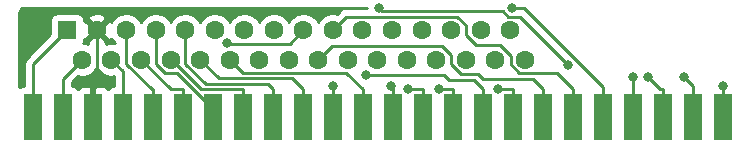
<source format=gtl>
G04 #@! TF.GenerationSoftware,KiCad,Pcbnew,5.1.9+dfsg1-1*
G04 #@! TF.CreationDate,2022-03-13T19:21:44+01:00*
G04 #@! TF.ProjectId,KBD_ADAPTER_XE,4b42445f-4144-4415-9054-45525f58452e,1.0*
G04 #@! TF.SameCoordinates,Original*
G04 #@! TF.FileFunction,Copper,L1,Top*
G04 #@! TF.FilePolarity,Positive*
%FSLAX46Y46*%
G04 Gerber Fmt 4.6, Leading zero omitted, Abs format (unit mm)*
G04 Created by KiCad (PCBNEW 5.1.9+dfsg1-1) date 2022-03-13 19:21:44*
%MOMM*%
%LPD*%
G01*
G04 APERTURE LIST*
G04 #@! TA.AperFunction,ConnectorPad*
%ADD10R,1.524000X4.000000*%
G04 #@! TD*
G04 #@! TA.AperFunction,ComponentPad*
%ADD11C,1.600000*%
G04 #@! TD*
G04 #@! TA.AperFunction,ComponentPad*
%ADD12R,1.600000X1.600000*%
G04 #@! TD*
G04 #@! TA.AperFunction,ViaPad*
%ADD13C,0.800000*%
G04 #@! TD*
G04 #@! TA.AperFunction,Conductor*
%ADD14C,0.250000*%
G04 #@! TD*
G04 #@! TA.AperFunction,Conductor*
%ADD15C,0.254000*%
G04 #@! TD*
G04 #@! TA.AperFunction,Conductor*
%ADD16C,0.100000*%
G04 #@! TD*
G04 APERTURE END LIST*
D10*
X173275000Y-109850000D03*
X170735000Y-109850000D03*
X168195000Y-109850000D03*
X165655000Y-109850000D03*
X163115000Y-109850000D03*
X160575000Y-109850000D03*
X158035000Y-109850000D03*
X155495000Y-109850000D03*
X152955000Y-109850000D03*
X150415000Y-109850000D03*
X147875000Y-109850000D03*
X145335000Y-109850000D03*
X142795000Y-109850000D03*
X140255000Y-109850000D03*
X137715000Y-109850000D03*
X135175000Y-109850000D03*
X132635000Y-109850000D03*
X130095000Y-109850000D03*
X127555000Y-109850000D03*
X125015000Y-109850000D03*
X122475000Y-109850000D03*
X119935000Y-109850000D03*
X117395000Y-109850000D03*
X114855000Y-109850000D03*
D11*
X156500000Y-105000000D03*
X155250000Y-102500000D03*
X154000000Y-105000000D03*
X152750000Y-102500000D03*
X151500000Y-105000000D03*
X150250000Y-102500000D03*
X149000000Y-105000000D03*
X147750000Y-102500000D03*
X146500000Y-105000000D03*
X145250000Y-102500000D03*
X144000000Y-105000000D03*
X142750000Y-102500000D03*
X141500000Y-105000000D03*
X140250000Y-102500000D03*
X139000000Y-105000000D03*
X137750000Y-102500000D03*
X136500000Y-105000000D03*
X135250000Y-102500000D03*
X134000000Y-105000000D03*
X132750000Y-102500000D03*
X131500000Y-105000000D03*
X130250000Y-102500000D03*
X129000000Y-105000000D03*
X127750000Y-102500000D03*
X126500000Y-105000000D03*
X125250000Y-102500000D03*
X124000000Y-105000000D03*
X122750000Y-102500000D03*
X121500000Y-105000000D03*
X120250000Y-102500000D03*
X119000000Y-105000000D03*
D12*
X117750000Y-102500000D03*
D13*
X140250000Y-107250000D03*
X145145700Y-107245300D03*
X146622300Y-107483800D03*
X149194300Y-107443100D03*
X143062300Y-106309300D03*
X131261000Y-103589300D03*
X154225400Y-107470800D03*
X155440952Y-100649600D03*
X165650000Y-106488700D03*
X160190000Y-105486700D03*
X144160000Y-100648000D03*
X166900600Y-106475400D03*
X170000300Y-106488300D03*
X173275000Y-107213700D03*
D14*
X114855000Y-105395000D02*
X114855000Y-109850000D01*
X117750000Y-102500000D02*
X114855000Y-105395000D01*
X117395000Y-106605000D02*
X117395000Y-109850000D01*
X119000000Y-105000000D02*
X117395000Y-106605000D01*
X120250000Y-107209700D02*
X119935000Y-107524700D01*
X120250000Y-102500000D02*
X120250000Y-107209700D01*
X119935000Y-109850000D02*
X119935000Y-107524700D01*
X122475000Y-105975000D02*
X122475000Y-109850000D01*
X121500000Y-105000000D02*
X122475000Y-105975000D01*
X124933200Y-107524700D02*
X125015000Y-107524700D01*
X122750000Y-105341500D02*
X124933200Y-107524700D01*
X122750000Y-102500000D02*
X122750000Y-105341500D01*
X125015000Y-109850000D02*
X125015000Y-107524700D01*
X126524700Y-107524700D02*
X127555000Y-107524700D01*
X124000000Y-105000000D02*
X126524700Y-107524700D01*
X127555000Y-109850000D02*
X127555000Y-107524700D01*
X130095000Y-109138600D02*
X130095000Y-109850000D01*
X127081800Y-106125400D02*
X130095000Y-109138600D01*
X126009700Y-106125400D02*
X127081800Y-106125400D01*
X125250000Y-105365700D02*
X126009700Y-106125400D01*
X125250000Y-102500000D02*
X125250000Y-105365700D01*
X129118100Y-107524700D02*
X132635000Y-107524700D01*
X126593400Y-105000000D02*
X129118100Y-107524700D01*
X126500000Y-105000000D02*
X126593400Y-105000000D01*
X132635000Y-109850000D02*
X132635000Y-107524700D01*
X135175000Y-109850000D02*
X135175000Y-107524700D01*
X127750000Y-105353500D02*
X127750000Y-102500000D01*
X129470900Y-107074400D02*
X127750000Y-105353500D01*
X134724700Y-107074400D02*
X129470900Y-107074400D01*
X135175000Y-107524700D02*
X134724700Y-107074400D01*
X136766000Y-106575700D02*
X137715000Y-107524700D01*
X130575700Y-106575700D02*
X136766000Y-106575700D01*
X129000000Y-105000000D02*
X130575700Y-106575700D01*
X137715000Y-109850000D02*
X137715000Y-107524700D01*
X140250000Y-109845000D02*
X140255000Y-109850000D01*
X140250000Y-107250000D02*
X140250000Y-109845000D01*
X141395600Y-106125300D02*
X142795000Y-107524700D01*
X132625300Y-106125300D02*
X141395600Y-106125300D01*
X131500000Y-105000000D02*
X132625300Y-106125300D01*
X142795000Y-109850000D02*
X142795000Y-107524700D01*
X145335000Y-107434600D02*
X145145700Y-107245300D01*
X145335000Y-109850000D02*
X145335000Y-107434600D01*
X147875000Y-109850000D02*
X147875000Y-107524700D01*
X146663200Y-107524700D02*
X146622300Y-107483800D01*
X147875000Y-107524700D02*
X146663200Y-107524700D01*
X150415000Y-109850000D02*
X150415000Y-107524700D01*
X149275900Y-107524700D02*
X150415000Y-107524700D01*
X149194300Y-107443100D02*
X149275900Y-107524700D01*
X152955000Y-109850000D02*
X152955000Y-107524700D01*
X152189900Y-106759600D02*
X152955000Y-107524700D01*
X150063500Y-106759600D02*
X152189900Y-106759600D01*
X149613200Y-106309300D02*
X150063500Y-106759600D01*
X143062300Y-106309300D02*
X149613200Y-106309300D01*
X155495000Y-109850000D02*
X155495000Y-107524700D01*
X154279300Y-107524700D02*
X155495000Y-107524700D01*
X154225400Y-107470800D02*
X154279300Y-107524700D01*
X131320000Y-103648300D02*
X131261000Y-103589300D01*
X136601700Y-103648300D02*
X131320000Y-103648300D01*
X137750000Y-102500000D02*
X136601700Y-103648300D01*
X158035000Y-109850000D02*
X158035000Y-107524700D01*
X157158000Y-106647700D02*
X158035000Y-107524700D01*
X152963800Y-106647700D02*
X157158000Y-106647700D01*
X152513500Y-106197400D02*
X152963800Y-106647700D01*
X151069000Y-106197400D02*
X152513500Y-106197400D01*
X150250100Y-105378500D02*
X151069000Y-106197400D01*
X150250100Y-104613600D02*
X150250100Y-105378500D01*
X149494400Y-103857900D02*
X150250100Y-104613600D01*
X140142100Y-103857900D02*
X149494400Y-103857900D01*
X139000000Y-105000000D02*
X140142100Y-103857900D01*
X159211500Y-106161200D02*
X160575000Y-107524700D01*
X156041700Y-106161200D02*
X159211500Y-106161200D01*
X155285900Y-105405400D02*
X156041700Y-106161200D01*
X155285900Y-104649400D02*
X155285900Y-105405400D01*
X154386500Y-103750000D02*
X155285900Y-104649400D01*
X152353900Y-103750000D02*
X154386500Y-103750000D01*
X151500000Y-102896100D02*
X152353900Y-103750000D01*
X151500000Y-102089900D02*
X151500000Y-102896100D01*
X150783100Y-101373000D02*
X151500000Y-102089900D01*
X141377000Y-101373000D02*
X150783100Y-101373000D01*
X140250000Y-102500000D02*
X141377000Y-101373000D01*
X160575000Y-109850000D02*
X160575000Y-107524700D01*
X155440952Y-100649600D02*
X156469600Y-100649600D01*
X156469600Y-100649600D02*
X163115000Y-107295000D01*
X163115000Y-107295000D02*
X163115000Y-107524700D01*
X163115000Y-107524700D02*
X163115000Y-109850000D01*
X165655000Y-109850000D02*
X165655000Y-107705000D01*
X165655000Y-107705000D02*
X165655000Y-107524700D01*
X165650000Y-106488700D02*
X165650000Y-107700000D01*
X165650000Y-107700000D02*
X165655000Y-107705000D01*
X156077901Y-101374601D02*
X160190000Y-105486700D01*
X155092951Y-101374601D02*
X156077901Y-101374601D01*
X154638350Y-100920000D02*
X155092951Y-101374601D01*
X144432000Y-100920000D02*
X154638350Y-100920000D01*
X144160000Y-100648000D02*
X144432000Y-100920000D01*
X168195000Y-109850000D02*
X168195000Y-107524700D01*
X167949900Y-107524700D02*
X168195000Y-107524700D01*
X166900600Y-106475400D02*
X167949900Y-107524700D01*
X170735000Y-107223000D02*
X170735000Y-109850000D01*
X170000300Y-106488300D02*
X170735000Y-107223000D01*
X173275000Y-107213700D02*
X173275000Y-109850000D01*
D15*
X120385363Y-105914759D02*
X120585241Y-106114637D01*
X120820273Y-106271680D01*
X121081426Y-106379853D01*
X121358665Y-106435000D01*
X121641335Y-106435000D01*
X121715000Y-106420347D01*
X121715000Y-107211928D01*
X121713000Y-107211928D01*
X121588518Y-107224188D01*
X121468820Y-107260498D01*
X121358506Y-107319463D01*
X121261815Y-107398815D01*
X121205000Y-107468044D01*
X121148185Y-107398815D01*
X121051494Y-107319463D01*
X120941180Y-107260498D01*
X120821482Y-107224188D01*
X120697000Y-107211928D01*
X120220750Y-107215000D01*
X120062000Y-107373750D01*
X120062000Y-109723000D01*
X120082000Y-109723000D01*
X120082000Y-109977000D01*
X120062000Y-109977000D01*
X120062000Y-109997000D01*
X119808000Y-109997000D01*
X119808000Y-109977000D01*
X119788000Y-109977000D01*
X119788000Y-109723000D01*
X119808000Y-109723000D01*
X119808000Y-107373750D01*
X119649250Y-107215000D01*
X119173000Y-107211928D01*
X119048518Y-107224188D01*
X118928820Y-107260498D01*
X118818506Y-107319463D01*
X118721815Y-107398815D01*
X118665000Y-107468044D01*
X118608185Y-107398815D01*
X118511494Y-107319463D01*
X118401180Y-107260498D01*
X118281482Y-107224188D01*
X118157000Y-107211928D01*
X118155000Y-107211928D01*
X118155000Y-106919801D01*
X118676114Y-106398688D01*
X118858665Y-106435000D01*
X119141335Y-106435000D01*
X119418574Y-106379853D01*
X119679727Y-106271680D01*
X119914759Y-106114637D01*
X120114637Y-105914759D01*
X120250000Y-105712173D01*
X120385363Y-105914759D01*
G04 #@! TA.AperFunction,Conductor*
D16*
G36*
X120385363Y-105914759D02*
G01*
X120585241Y-106114637D01*
X120820273Y-106271680D01*
X121081426Y-106379853D01*
X121358665Y-106435000D01*
X121641335Y-106435000D01*
X121715000Y-106420347D01*
X121715000Y-107211928D01*
X121713000Y-107211928D01*
X121588518Y-107224188D01*
X121468820Y-107260498D01*
X121358506Y-107319463D01*
X121261815Y-107398815D01*
X121205000Y-107468044D01*
X121148185Y-107398815D01*
X121051494Y-107319463D01*
X120941180Y-107260498D01*
X120821482Y-107224188D01*
X120697000Y-107211928D01*
X120220750Y-107215000D01*
X120062000Y-107373750D01*
X120062000Y-109723000D01*
X120082000Y-109723000D01*
X120082000Y-109977000D01*
X120062000Y-109977000D01*
X120062000Y-109997000D01*
X119808000Y-109997000D01*
X119808000Y-109977000D01*
X119788000Y-109977000D01*
X119788000Y-109723000D01*
X119808000Y-109723000D01*
X119808000Y-107373750D01*
X119649250Y-107215000D01*
X119173000Y-107211928D01*
X119048518Y-107224188D01*
X118928820Y-107260498D01*
X118818506Y-107319463D01*
X118721815Y-107398815D01*
X118665000Y-107468044D01*
X118608185Y-107398815D01*
X118511494Y-107319463D01*
X118401180Y-107260498D01*
X118281482Y-107224188D01*
X118157000Y-107211928D01*
X118155000Y-107211928D01*
X118155000Y-106919801D01*
X118676114Y-106398688D01*
X118858665Y-106435000D01*
X119141335Y-106435000D01*
X119418574Y-106379853D01*
X119679727Y-106271680D01*
X119914759Y-106114637D01*
X120114637Y-105914759D01*
X120250000Y-105712173D01*
X120385363Y-105914759D01*
G37*
G04 #@! TD.AperFunction*
D15*
X143125000Y-100613000D02*
X141414325Y-100613000D01*
X141377000Y-100609324D01*
X141339675Y-100613000D01*
X141339667Y-100613000D01*
X141228014Y-100623997D01*
X141084753Y-100667454D01*
X140952724Y-100738026D01*
X140836999Y-100832999D01*
X140813201Y-100861997D01*
X140573886Y-101101312D01*
X140391335Y-101065000D01*
X140108665Y-101065000D01*
X139831426Y-101120147D01*
X139570273Y-101228320D01*
X139335241Y-101385363D01*
X139135363Y-101585241D01*
X139000000Y-101787827D01*
X138864637Y-101585241D01*
X138664759Y-101385363D01*
X138429727Y-101228320D01*
X138168574Y-101120147D01*
X137891335Y-101065000D01*
X137608665Y-101065000D01*
X137331426Y-101120147D01*
X137070273Y-101228320D01*
X136835241Y-101385363D01*
X136635363Y-101585241D01*
X136500000Y-101787827D01*
X136364637Y-101585241D01*
X136164759Y-101385363D01*
X135929727Y-101228320D01*
X135668574Y-101120147D01*
X135391335Y-101065000D01*
X135108665Y-101065000D01*
X134831426Y-101120147D01*
X134570273Y-101228320D01*
X134335241Y-101385363D01*
X134135363Y-101585241D01*
X134000000Y-101787827D01*
X133864637Y-101585241D01*
X133664759Y-101385363D01*
X133429727Y-101228320D01*
X133168574Y-101120147D01*
X132891335Y-101065000D01*
X132608665Y-101065000D01*
X132331426Y-101120147D01*
X132070273Y-101228320D01*
X131835241Y-101385363D01*
X131635363Y-101585241D01*
X131500000Y-101787827D01*
X131364637Y-101585241D01*
X131164759Y-101385363D01*
X130929727Y-101228320D01*
X130668574Y-101120147D01*
X130391335Y-101065000D01*
X130108665Y-101065000D01*
X129831426Y-101120147D01*
X129570273Y-101228320D01*
X129335241Y-101385363D01*
X129135363Y-101585241D01*
X129000000Y-101787827D01*
X128864637Y-101585241D01*
X128664759Y-101385363D01*
X128429727Y-101228320D01*
X128168574Y-101120147D01*
X127891335Y-101065000D01*
X127608665Y-101065000D01*
X127331426Y-101120147D01*
X127070273Y-101228320D01*
X126835241Y-101385363D01*
X126635363Y-101585241D01*
X126500000Y-101787827D01*
X126364637Y-101585241D01*
X126164759Y-101385363D01*
X125929727Y-101228320D01*
X125668574Y-101120147D01*
X125391335Y-101065000D01*
X125108665Y-101065000D01*
X124831426Y-101120147D01*
X124570273Y-101228320D01*
X124335241Y-101385363D01*
X124135363Y-101585241D01*
X124000000Y-101787827D01*
X123864637Y-101585241D01*
X123664759Y-101385363D01*
X123429727Y-101228320D01*
X123168574Y-101120147D01*
X122891335Y-101065000D01*
X122608665Y-101065000D01*
X122331426Y-101120147D01*
X122070273Y-101228320D01*
X121835241Y-101385363D01*
X121635363Y-101585241D01*
X121501308Y-101785869D01*
X121486671Y-101758486D01*
X121242702Y-101686903D01*
X120429605Y-102500000D01*
X121242702Y-103313097D01*
X121486671Y-103241514D01*
X121500324Y-103212659D01*
X121635363Y-103414759D01*
X121821427Y-103600823D01*
X121641335Y-103565000D01*
X121358665Y-103565000D01*
X121081426Y-103620147D01*
X121017994Y-103646421D01*
X121063097Y-103492702D01*
X120250000Y-102679605D01*
X119436903Y-103492702D01*
X119482006Y-103646421D01*
X119418574Y-103620147D01*
X119141335Y-103565000D01*
X119128373Y-103565000D01*
X119139502Y-103544180D01*
X119175812Y-103424482D01*
X119188072Y-103300000D01*
X119188072Y-103292785D01*
X119257298Y-103313097D01*
X120070395Y-102500000D01*
X119257298Y-101686903D01*
X119188072Y-101707215D01*
X119188072Y-101700000D01*
X119175812Y-101575518D01*
X119155118Y-101507298D01*
X119436903Y-101507298D01*
X120250000Y-102320395D01*
X121063097Y-101507298D01*
X120991514Y-101263329D01*
X120736004Y-101142429D01*
X120461816Y-101073700D01*
X120179488Y-101059783D01*
X119899870Y-101101213D01*
X119633708Y-101196397D01*
X119508486Y-101263329D01*
X119436903Y-101507298D01*
X119155118Y-101507298D01*
X119139502Y-101455820D01*
X119080537Y-101345506D01*
X119001185Y-101248815D01*
X118904494Y-101169463D01*
X118794180Y-101110498D01*
X118674482Y-101074188D01*
X118550000Y-101061928D01*
X116950000Y-101061928D01*
X116825518Y-101074188D01*
X116705820Y-101110498D01*
X116595506Y-101169463D01*
X116498815Y-101248815D01*
X116419463Y-101345506D01*
X116360498Y-101455820D01*
X116324188Y-101575518D01*
X116311928Y-101700000D01*
X116311928Y-102863270D01*
X114344003Y-104831196D01*
X114314999Y-104854999D01*
X114263933Y-104917224D01*
X114220026Y-104970724D01*
X114149455Y-105102753D01*
X114149454Y-105102754D01*
X114105997Y-105246015D01*
X114095000Y-105357668D01*
X114095000Y-105357678D01*
X114091324Y-105395000D01*
X114095000Y-105432323D01*
X114095000Y-107211928D01*
X114093000Y-107211928D01*
X113968518Y-107224188D01*
X113848820Y-107260498D01*
X113738506Y-107319463D01*
X113701790Y-107349595D01*
X113701790Y-101051908D01*
X113709505Y-100927027D01*
X113729195Y-100852159D01*
X113763049Y-100782546D01*
X113809785Y-100720829D01*
X113867614Y-100669368D01*
X113934342Y-100630118D01*
X114007416Y-100604577D01*
X114110290Y-100590000D01*
X143125000Y-100590000D01*
X143125000Y-100613000D01*
G04 #@! TA.AperFunction,Conductor*
D16*
G36*
X143125000Y-100613000D02*
G01*
X141414325Y-100613000D01*
X141377000Y-100609324D01*
X141339675Y-100613000D01*
X141339667Y-100613000D01*
X141228014Y-100623997D01*
X141084753Y-100667454D01*
X140952724Y-100738026D01*
X140836999Y-100832999D01*
X140813201Y-100861997D01*
X140573886Y-101101312D01*
X140391335Y-101065000D01*
X140108665Y-101065000D01*
X139831426Y-101120147D01*
X139570273Y-101228320D01*
X139335241Y-101385363D01*
X139135363Y-101585241D01*
X139000000Y-101787827D01*
X138864637Y-101585241D01*
X138664759Y-101385363D01*
X138429727Y-101228320D01*
X138168574Y-101120147D01*
X137891335Y-101065000D01*
X137608665Y-101065000D01*
X137331426Y-101120147D01*
X137070273Y-101228320D01*
X136835241Y-101385363D01*
X136635363Y-101585241D01*
X136500000Y-101787827D01*
X136364637Y-101585241D01*
X136164759Y-101385363D01*
X135929727Y-101228320D01*
X135668574Y-101120147D01*
X135391335Y-101065000D01*
X135108665Y-101065000D01*
X134831426Y-101120147D01*
X134570273Y-101228320D01*
X134335241Y-101385363D01*
X134135363Y-101585241D01*
X134000000Y-101787827D01*
X133864637Y-101585241D01*
X133664759Y-101385363D01*
X133429727Y-101228320D01*
X133168574Y-101120147D01*
X132891335Y-101065000D01*
X132608665Y-101065000D01*
X132331426Y-101120147D01*
X132070273Y-101228320D01*
X131835241Y-101385363D01*
X131635363Y-101585241D01*
X131500000Y-101787827D01*
X131364637Y-101585241D01*
X131164759Y-101385363D01*
X130929727Y-101228320D01*
X130668574Y-101120147D01*
X130391335Y-101065000D01*
X130108665Y-101065000D01*
X129831426Y-101120147D01*
X129570273Y-101228320D01*
X129335241Y-101385363D01*
X129135363Y-101585241D01*
X129000000Y-101787827D01*
X128864637Y-101585241D01*
X128664759Y-101385363D01*
X128429727Y-101228320D01*
X128168574Y-101120147D01*
X127891335Y-101065000D01*
X127608665Y-101065000D01*
X127331426Y-101120147D01*
X127070273Y-101228320D01*
X126835241Y-101385363D01*
X126635363Y-101585241D01*
X126500000Y-101787827D01*
X126364637Y-101585241D01*
X126164759Y-101385363D01*
X125929727Y-101228320D01*
X125668574Y-101120147D01*
X125391335Y-101065000D01*
X125108665Y-101065000D01*
X124831426Y-101120147D01*
X124570273Y-101228320D01*
X124335241Y-101385363D01*
X124135363Y-101585241D01*
X124000000Y-101787827D01*
X123864637Y-101585241D01*
X123664759Y-101385363D01*
X123429727Y-101228320D01*
X123168574Y-101120147D01*
X122891335Y-101065000D01*
X122608665Y-101065000D01*
X122331426Y-101120147D01*
X122070273Y-101228320D01*
X121835241Y-101385363D01*
X121635363Y-101585241D01*
X121501308Y-101785869D01*
X121486671Y-101758486D01*
X121242702Y-101686903D01*
X120429605Y-102500000D01*
X121242702Y-103313097D01*
X121486671Y-103241514D01*
X121500324Y-103212659D01*
X121635363Y-103414759D01*
X121821427Y-103600823D01*
X121641335Y-103565000D01*
X121358665Y-103565000D01*
X121081426Y-103620147D01*
X121017994Y-103646421D01*
X121063097Y-103492702D01*
X120250000Y-102679605D01*
X119436903Y-103492702D01*
X119482006Y-103646421D01*
X119418574Y-103620147D01*
X119141335Y-103565000D01*
X119128373Y-103565000D01*
X119139502Y-103544180D01*
X119175812Y-103424482D01*
X119188072Y-103300000D01*
X119188072Y-103292785D01*
X119257298Y-103313097D01*
X120070395Y-102500000D01*
X119257298Y-101686903D01*
X119188072Y-101707215D01*
X119188072Y-101700000D01*
X119175812Y-101575518D01*
X119155118Y-101507298D01*
X119436903Y-101507298D01*
X120250000Y-102320395D01*
X121063097Y-101507298D01*
X120991514Y-101263329D01*
X120736004Y-101142429D01*
X120461816Y-101073700D01*
X120179488Y-101059783D01*
X119899870Y-101101213D01*
X119633708Y-101196397D01*
X119508486Y-101263329D01*
X119436903Y-101507298D01*
X119155118Y-101507298D01*
X119139502Y-101455820D01*
X119080537Y-101345506D01*
X119001185Y-101248815D01*
X118904494Y-101169463D01*
X118794180Y-101110498D01*
X118674482Y-101074188D01*
X118550000Y-101061928D01*
X116950000Y-101061928D01*
X116825518Y-101074188D01*
X116705820Y-101110498D01*
X116595506Y-101169463D01*
X116498815Y-101248815D01*
X116419463Y-101345506D01*
X116360498Y-101455820D01*
X116324188Y-101575518D01*
X116311928Y-101700000D01*
X116311928Y-102863270D01*
X114344003Y-104831196D01*
X114314999Y-104854999D01*
X114263933Y-104917224D01*
X114220026Y-104970724D01*
X114149455Y-105102753D01*
X114149454Y-105102754D01*
X114105997Y-105246015D01*
X114095000Y-105357668D01*
X114095000Y-105357678D01*
X114091324Y-105395000D01*
X114095000Y-105432323D01*
X114095000Y-107211928D01*
X114093000Y-107211928D01*
X113968518Y-107224188D01*
X113848820Y-107260498D01*
X113738506Y-107319463D01*
X113701790Y-107349595D01*
X113701790Y-101051908D01*
X113709505Y-100927027D01*
X113729195Y-100852159D01*
X113763049Y-100782546D01*
X113809785Y-100720829D01*
X113867614Y-100669368D01*
X113934342Y-100630118D01*
X114007416Y-100604577D01*
X114110290Y-100590000D01*
X143125000Y-100590000D01*
X143125000Y-100613000D01*
G37*
G04 #@! TD.AperFunction*
M02*

</source>
